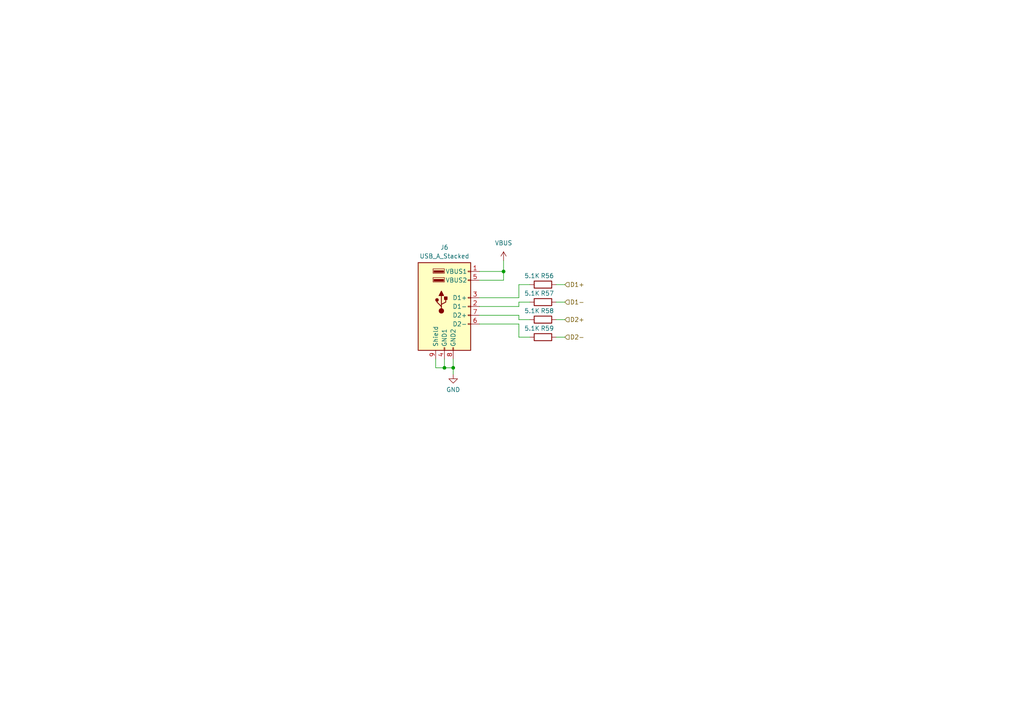
<source format=kicad_sch>
(kicad_sch (version 20231120) (generator "eeschema") (generator_version "8.0")
  (paper "A4")
  (lib_symbols
    (symbol "Connector:USB_A_Stacked" (pin_names (offset 1.016))
      (property "Reference" "J" (at 0 15.875 0))
      (property "Value" "USB_A_Stacked" (at 0 13.97 0))
      (symbol "USB_A_Stacked_0_1"
        (rectangle (start -7.62 12.7) (end 7.62 -12.7) (stroke (width 0.254)) (fill (type background)))
        (circle (center -2.159 1.905) (radius 0.381) (stroke (width 0.254)) (fill (type outline)))
        (circle (center -0.889 -1.27) (radius 0.635) (stroke (width 0.254)) (fill (type outline)))
        (rectangle (start -0.254 7.366) (end -3.048 7.874) (fill (type outline)))
        (rectangle (start -0.254 9.906) (end -3.048 10.414) (fill (type outline)))
        (rectangle (start -0.127 -12.7) (end 0.127 -11.938))
        (polyline (pts (xy -1.524 3.175) (xy -0.254 3.175) (xy -0.889 4.445) (xy -1.524 3.175)) (stroke (width 0.254)) (fill (type outline)))
        (polyline (pts (xy -0.889 -0.635) (xy -0.889 0) (xy -2.159 1.27) (xy -2.159 1.905)) (stroke (width 0.254)))
        (polyline (pts (xy -0.889 0) (xy -0.889 0.635) (xy 0.381 1.27) (xy 0.381 2.54)) (stroke (width 0.254)))
        (rectangle (start 0 2.794) (end 0.762 2.032) (stroke (width 0.254)) (fill (type outline)))
        (rectangle (start 0 7.112) (end -3.302 8.382))
        (rectangle (start 0 9.652) (end -3.302 10.922))
        (rectangle (start 2.413 -12.7) (end 2.667 -11.938))
        (rectangle (start 7.62 -5.207) (end 6.858 -4.953))
        (rectangle (start 7.62 -2.667) (end 6.858 -2.413))
        (rectangle (start 7.62 -0.127) (end 6.858 0.127))
        (rectangle (start 7.62 2.413) (end 6.858 2.667))
        (rectangle (start 7.62 7.493) (end 6.858 7.747))
        (rectangle (start 7.62 10.033) (end 6.858 10.287))
      )
      (symbol "USB_A_Stacked_1_1"
        (polyline (pts (xy -0.889 0.635) (xy -0.889 3.175)) (stroke (width 0.254)))
        (pin power_in line (at 10.16 10.16 180) (length 2.54) (name "VBUS1") (number "1"))
        (pin bidirectional line (at 10.16 0 180) (length 2.54) (name "D1-") (number "2"))
        (pin bidirectional line (at 10.16 2.54 180) (length 2.54) (name "D1+") (number "3"))
        (pin power_in line (at 0 -15.24 90) (length 2.54) (name "GND1") (number "4"))
        (pin power_in line (at 10.16 7.62 180) (length 2.54) (name "VBUS2") (number "5"))
        (pin bidirectional line (at 10.16 -5.08 180) (length 2.54) (name "D2-") (number "6"))
        (pin bidirectional line (at 10.16 -2.54 180) (length 2.54) (name "D2+") (number "7"))
        (pin power_in line (at 2.54 -15.24 90) (length 2.54) (name "GND2") (number "8"))
        (pin passive line (at -2.54 -15.24 90) (length 2.54) (name "Shield") (number "9"))
      )
    )
    (symbol "Device:R" (pin_numbers hide) (pin_names (offset 0))
      (property "Reference" "R" (at 2.032 0 90))
      (property "Value" "R" (at 0 0 90))
      (symbol "R_0_1"
        (rectangle (start -1.016 -2.54) (end 1.016 2.54) (stroke (width 0.254)))
      )
      (symbol "R_1_1"
        (pin passive line (at 0 3.81 270) (length 1.27) (name "~") (number "1"))
        (pin passive line (at 0 -3.81 90) (length 1.27) (name "~") (number "2"))
      )
    )
    (symbol "power:GND" (power) (pin_names (offset 0))
      (property "Value" "GND" (at 0 -3.81 0))
      (symbol "GND_0_1"
        (polyline (pts (xy 0 0) (xy 0 -1.27) (xy 1.27 -1.27) (xy 0 -2.54) (xy -1.27 -1.27) (xy 0 -1.27)))
      )
      (symbol "GND_1_1"
        (pin power_in line (at 0 0 270) (length 0) hide (name "GND") (number "1"))
      )
    )
    (symbol "power:VBUS" (power) (pin_names (offset 0))
      (property "Value" "VBUS" (at 0 3.81 0))
      (symbol "VBUS_0_1"
        (polyline (pts (xy -0.762 1.27) (xy 0 2.54)))
        (polyline (pts (xy 0 0) (xy 0 2.54)))
        (polyline (pts (xy 0 2.54) (xy 0.762 1.27)))
      )
      (symbol "VBUS_1_1"
        (pin power_in line (at 0 0 90) (length 0) hide (name "VBUS") (number "1"))
      )
    )
  )
  (junction (at 131.445 106.68))
  (junction (at 128.905 106.68))
  (junction (at 146.05 78.74))
  (wire (pts (xy 128.905 106.68) (xy 131.445 106.68)))
  (wire (pts (xy 131.445 106.68) (xy 131.445 108.585)))
  (wire (pts (xy 126.365 104.14) (xy 126.365 106.68)))
  (wire (pts (xy 161.29 92.71) (xy 163.83 92.71)))
  (wire (pts (xy 150.495 92.71) (xy 153.67 92.71)))
  (wire (pts (xy 150.495 93.98) (xy 150.495 97.79)))
  (wire (pts (xy 139.065 91.44) (xy 150.495 91.44)))
  (wire (pts (xy 131.445 104.14) (xy 131.445 106.68)))
  (wire (pts (xy 161.29 82.55) (xy 163.83 82.55)))
  (wire (pts (xy 139.065 78.74) (xy 146.05 78.74)))
  (wire (pts (xy 150.495 91.44) (xy 150.495 92.71)))
  (wire (pts (xy 139.065 93.98) (xy 150.495 93.98)))
  (wire (pts (xy 139.065 86.36) (xy 150.495 86.36)))
  (wire (pts (xy 146.05 81.28) (xy 146.05 78.74)))
  (wire (pts (xy 139.065 88.9) (xy 150.495 88.9)))
  (wire (pts (xy 146.05 78.74) (xy 146.05 75.565)))
  (wire (pts (xy 150.495 88.9) (xy 150.495 87.63)))
  (wire (pts (xy 128.905 104.14) (xy 128.905 106.68)))
  (wire (pts (xy 150.495 97.79) (xy 153.67 97.79)))
  (wire (pts (xy 161.29 97.79) (xy 163.83 97.79)))
  (wire (pts (xy 139.065 81.28) (xy 146.05 81.28)))
  (wire (pts (xy 150.495 82.55) (xy 153.67 82.55)))
  (wire (pts (xy 126.365 106.68) (xy 128.905 106.68)))
  (wire (pts (xy 161.29 87.63) (xy 163.83 87.63)))
  (wire (pts (xy 150.495 87.63) (xy 153.67 87.63)))
  (wire (pts (xy 150.495 86.36) (xy 150.495 82.55)))
  (hierarchical_label "D2-" (shape input) (at 163.83 97.79 0))
  (hierarchical_label "D2+" (shape input) (at 163.83 92.71 0))
  (hierarchical_label "D1+" (shape input) (at 163.83 82.55 0))
  (hierarchical_label "D1-" (shape input) (at 163.83 87.63 0))
  (symbol (lib_id "Device:R") (at 157.48 92.71 90) (unit 1)
    (property "Reference" "R58" (at 158.75 90.17 90))
    (property "Value" "5.1K" (at 154.305 90.17 90))
    (property "Footprint" "Resistor_SMD:R_0402_1005Metric" (effects (hide yes)))
  )
  (symbol (lib_id "power:GND") (at 131.445 108.585 0) (unit 1)
    (property "Reference" "#PWR0120" (effects (hide yes)))
    (property "Value" "GND" (at 131.445 113.03 0))
  )
  (symbol (lib_id "Device:R") (at 157.48 82.55 90) (unit 1)
    (property "Reference" "R56" (at 158.75 80.01 90))
    (property "Value" "5.1K" (at 154.305 80.01 90))
    (property "Footprint" "Resistor_SMD:R_0402_1005Metric" (effects (hide yes)))
  )
  (symbol (lib_id "Connector:USB_A_Stacked") (at 128.905 88.9 0) (unit 1)
    (property "Reference" "J6" (at 128.905 71.755 0))
    (property "Value" "USB_A_Stacked" (at 128.905 74.295 0))
    (property "Footprint" "Connector_USB:USB_A_CUI_UJ2-ADH-TH_Horizontal_Stacked" (effects (hide yes)))
    (property "Datasheet" " ~" (effects (hide yes)))
  )
  (symbol (lib_id "Device:R") (at 157.48 97.79 90) (unit 1)
    (property "Reference" "R59" (at 158.75 95.25 90))
    (property "Value" "5.1K" (at 154.305 95.25 90))
    (property "Footprint" "Resistor_SMD:R_0402_1005Metric" (effects (hide yes)))
  )
  (symbol (lib_id "power:VBUS") (at 146.05 75.565 0) (unit 1)
    (property "Reference" "#PWR0121" (effects (hide yes)))
    (property "Value" "VBUS" (at 146.05 70.485 0))
  )
  (symbol (lib_id "Device:R") (at 157.48 87.63 90) (unit 1)
    (property "Reference" "R57" (at 158.75 85.09 90))
    (property "Value" "5.1K" (at 154.305 85.09 90))
    (property "Footprint" "Resistor_SMD:R_0402_1005Metric" (effects (hide yes)))
  )
)
</source>
